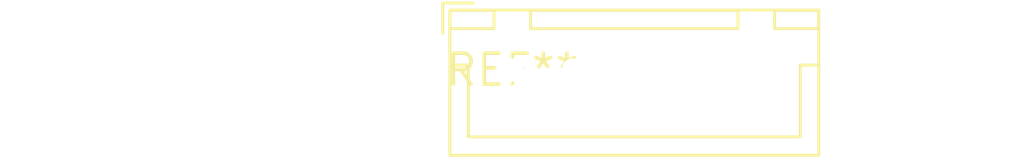
<source format=kicad_pcb>
(kicad_pcb (version 20240108) (generator pcbnew)
  (layers (0 "F.Cu" signal) (31 "B.Cu" signal) (34 "B.Paste" user) (35 "F.Paste" user) (36 "B.SilkS" user "B.Silkscreen") (37 "F.SilkS" user "F.Silkscreen") (38 "B.Mask" user) (39 "F.Mask" user) (44 "Edge.Cuts" user))
  (net 0 "")
  (footprint "JST_XH_B5B-XH-A_1x05_P2.50mm_Vertical" (layer "F.Cu") (at 0 0)
    (property "Reference" "REF**")
    (property "Value" "JST_XH_B5B-XH-A_1x05_P2.50mm_Vertical")
    (fp_line (start -2.85 -2.75) (end -2.85 -1.5) (layer "F.SilkS") (stroke (width 0.12)))
    (fp_line (start -2.56 -2.46) (end -2.56 3.51) (layer "F.SilkS") (stroke (width 0.12)))
    (fp_line (start -2.56 3.51) (end 12.56 3.51) (layer "F.SilkS") (stroke (width 0.12)))
    (fp_line (start -2.55 -2.45) (end -2.55 -1.7) (layer "F.SilkS") (stroke (width 0.12)))
    (fp_line (start -2.55 -1.7) (end -0.75 -1.7) (layer "F.SilkS") (stroke (width 0.12)))
    (fp_line (start -2.55 -0.2) (end -1.8 -0.2) (layer "F.SilkS") (stroke (width 0.12)))
    (fp_line (start -1.8 -0.2) (end -1.8 2.75) (layer "F.SilkS") (stroke (width 0.12)))
    (fp_line (start -1.8 2.75) (end 5 2.75) (layer "F.SilkS") (stroke (width 0.12)))
    (fp_line (start -1.6 -2.75) (end -2.85 -2.75) (layer "F.SilkS") (stroke (width 0.12)))
    (fp_line (start -0.75 -2.45) (end -2.55 -2.45) (layer "F.SilkS") (stroke (width 0.12)))
    (fp_line (start -0.75 -1.7) (end -0.75 -2.45) (layer "F.SilkS") (stroke (width 0.12)))
    (fp_line (start 0.75 -2.45) (end 0.75 -1.7) (layer "F.SilkS") (stroke (width 0.12)))
    (fp_line (start 0.75 -1.7) (end 9.25 -1.7) (layer "F.SilkS") (stroke (width 0.12)))
    (fp_line (start 9.25 -2.45) (end 0.75 -2.45) (layer "F.SilkS") (stroke (width 0.12)))
    (fp_line (start 9.25 -1.7) (end 9.25 -2.45) (layer "F.SilkS") (stroke (width 0.12)))
    (fp_line (start 10.75 -2.45) (end 10.75 -1.7) (layer "F.SilkS") (stroke (width 0.12)))
    (fp_line (start 10.75 -1.7) (end 12.55 -1.7) (layer "F.SilkS") (stroke (width 0.12)))
    (fp_line (start 11.8 -0.2) (end 11.8 2.75) (layer "F.SilkS") (stroke (width 0.12)))
    (fp_line (start 11.8 2.75) (end 5 2.75) (layer "F.SilkS") (stroke (width 0.12)))
    (fp_line (start 12.55 -2.45) (end 10.75 -2.45) (layer "F.SilkS") (stroke (width 0.12)))
    (fp_line (start 12.55 -1.7) (end 12.55 -2.45) (layer "F.SilkS") (stroke (width 0.12)))
    (fp_line (start 12.55 -0.2) (end 11.8 -0.2) (layer "F.SilkS") (stroke (width 0.12)))
    (fp_line (start 12.56 -2.46) (end -2.56 -2.46) (layer "F.SilkS") (stroke (width 0.12)))
    (fp_line (start 12.56 3.51) (end 12.56 -2.46) (layer "F.SilkS") (stroke (width 0.12)))
    (pad "1" thru_hole roundrect (at 0 0) (size 1.7 1.95) (drill 0.95) (layers *.Cu *.Mask) (remove_unused_layers) (roundrect_rratio 0.147059))
    (pad "2" thru_hole oval (at 2.5 0) (size 1.7 1.95) (drill 0.95) (layers *.Cu *.Mask) (remove_unused_layers))
    (pad "3" thru_hole oval (at 5 0) (size 1.7 1.95) (drill 0.95) (layers *.Cu *.Mask) (remove_unused_layers))
    (pad "4" thru_hole oval (at 7.5 0) (size 1.7 1.95) (drill 0.95) (layers *.Cu *.Mask) (remove_unused_layers))
    (pad "5" thru_hole oval (at 10 0) (size 1.7 1.95) (drill 0.95) (layers *.Cu *.Mask) (remove_unused_layers))
  )
)
</source>
